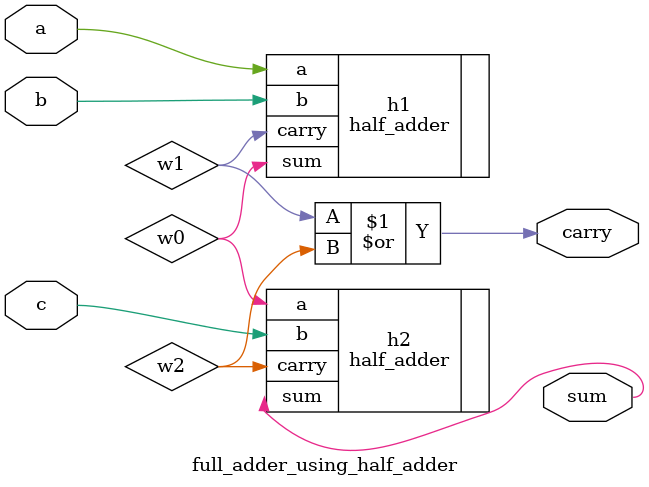
<source format=v>

module full_adder_using_half_adder(
    input a,
    input b,
    input c,
    output sum,
    output carry
    );
	 wire w0,w1,w2;
	 
	 half_adder h1 (.a(a),.b(b),.sum(w0),.carry(w1));
	 half_adder h2 (.a(w0),.b(c),.sum(sum),.carry(w2));
	 or(carry,w1,w2);

endmodule
</source>
